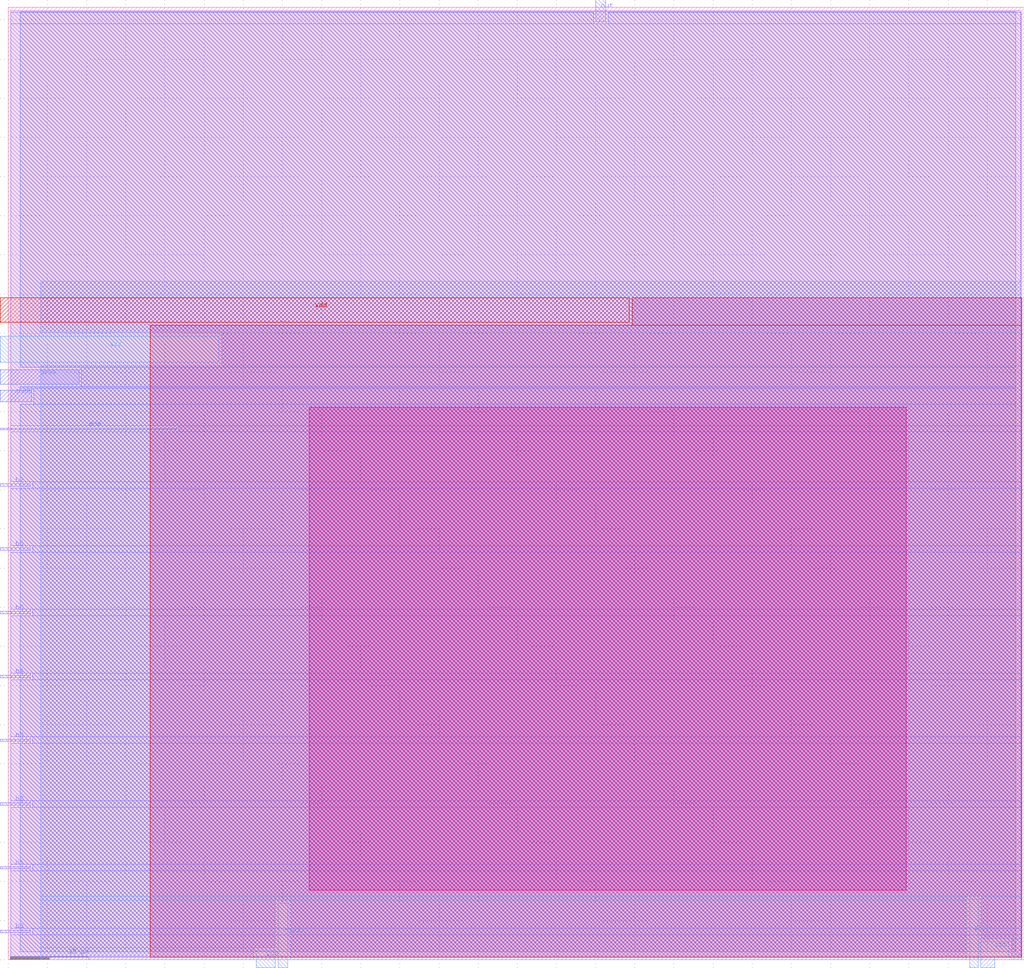
<source format=lef>
VERSION 5.7 ;
  NOWIREEXTENSIONATPIN ON ;
  DIVIDERCHAR "/" ;
  BUSBITCHARS "[]" ;
MACRO sky130_ef_ip__rdac3v_8bit
  CLASS BLOCK ;
  FOREIGN sky130_ef_ip__rdac3v_8bit ;
  ORIGIN 0.000 0.000 ;
  SIZE 129.695 BY 121.595 ;
  PIN b0
    PORT
      LAYER met1 ;
        RECT -1.000 3.475 2.825 3.765 ;
    END
  END b0
  PIN b1
    PORT
      LAYER met1 ;
        RECT -1.000 11.615 2.825 11.905 ;
    END
  END b1
  PIN b2
    PORT
      LAYER met1 ;
        RECT -1.000 19.755 2.825 20.045 ;
    END
  END b2
  PIN b3
    PORT
      LAYER met1 ;
        RECT -1.000 27.895 2.825 28.185 ;
    END
  END b3
  PIN b4
    PORT
      LAYER met1 ;
        RECT -1.000 36.035 2.825 36.325 ;
    END
  END b4
  PIN b5
    PORT
      LAYER met1 ;
        RECT -1.000 44.175 2.825 44.465 ;
    END
  END b5
  PIN b6
    PORT
      LAYER met1 ;
        RECT -1.000 52.315 2.825 52.605 ;
    END
  END b6
  PIN b7
    PORT
      LAYER met1 ;
        RECT -1.000 60.455 2.825 60.745 ;
    END
  END b7
  PIN out
    PORT
      LAYER met1 ;
        RECT 75.025 119.775 76.300 122.595 ;
    END
  END out
  PIN vdd
    PORT
      LAYER met4 ;
        RECT -1.000 81.400 79.300 84.500 ;
    END
    PORT
      LAYER met3 ;
        RECT 31.695 -1.000 34.070 1.150 ;
    END
  END vdd
  PIN vss
    PORT
      LAYER met3 ;
        RECT -1.000 76.265 26.870 79.635 ;
    END
    PORT
      LAYER met3 ;
        RECT 124.185 0.330 127.715 2.280 ;
    END
  END vss
  PIN ena
    PORT
      LAYER met1 ;
        RECT -1.000 67.695 21.515 67.875 ;
    END
  END ena
  PIN dvdd
    PORT
      LAYER met2 ;
        RECT -1.000 71.230 2.985 72.695 ;
    END
  END dvdd
  PIN dvss
    PORT
      LAYER met2 ;
        RECT -1.000 73.455 9.055 75.350 ;
    END
  END dvss
  PIN Vhigh
    PORT
      LAYER met3 ;
        RECT 34.480 -1.000 35.665 7.215 ;
    END
  END Vhigh
  PIN Vlow
    PORT
      LAYER met3 ;
        RECT 122.735 -1.000 123.840 7.715 ;
    END
  END Vlow
  OBS
      LAYER li1 ;
        RECT 0.330 0.430 129.265 121.165 ;
      LAYER met1 ;
        RECT 0.330 119.495 74.745 121.005 ;
        RECT 76.580 119.495 129.365 121.005 ;
        RECT 0.330 68.155 129.365 119.495 ;
        RECT 21.795 67.415 129.365 68.155 ;
        RECT 0.330 61.025 129.365 67.415 ;
        RECT 3.105 60.175 129.365 61.025 ;
        RECT 0.330 52.885 129.365 60.175 ;
        RECT 3.105 52.035 129.365 52.885 ;
        RECT 0.330 44.745 129.365 52.035 ;
        RECT 3.105 43.895 129.365 44.745 ;
        RECT 0.330 36.605 129.365 43.895 ;
        RECT 3.105 35.755 129.365 36.605 ;
        RECT 0.330 28.465 129.365 35.755 ;
        RECT 3.105 27.615 129.365 28.465 ;
        RECT 0.330 20.325 129.365 27.615 ;
        RECT 3.105 19.475 129.365 20.325 ;
        RECT 0.330 12.185 129.365 19.475 ;
        RECT 3.105 11.335 129.365 12.185 ;
        RECT 0.330 4.045 129.365 11.335 ;
        RECT 3.105 3.195 129.365 4.045 ;
        RECT 0.330 0.330 129.365 3.195 ;
      LAYER met2 ;
        RECT 1.520 75.630 128.670 121.035 ;
        RECT 9.335 73.175 128.670 75.630 ;
        RECT 1.520 72.975 128.670 73.175 ;
        RECT 3.265 70.950 128.670 72.975 ;
        RECT 1.520 1.045 128.670 70.950 ;
      LAYER met3 ;
        RECT 4.130 80.035 129.370 86.610 ;
        RECT 27.270 75.865 129.370 80.035 ;
        RECT 4.130 8.115 129.370 75.865 ;
        RECT 4.130 7.615 122.335 8.115 ;
        RECT 4.130 1.550 34.080 7.615 ;
        RECT 4.130 0.000 31.295 1.550 ;
        RECT 36.065 0.000 122.335 7.615 ;
        RECT 124.240 2.680 129.370 8.115 ;
        RECT 124.185 -1.000 125.985 0.330 ;
        RECT 128.115 0.000 129.370 2.680 ;
      LAYER met4 ;
        RECT 79.700 81.000 129.375 84.500 ;
        RECT 18.160 0.330 129.375 81.000 ;
      LAYER met5 ;
        RECT 38.415 8.850 114.635 70.550 ;
  END
END sky130_ef_ip__rdac3v_8bit
END LIBRARY


</source>
